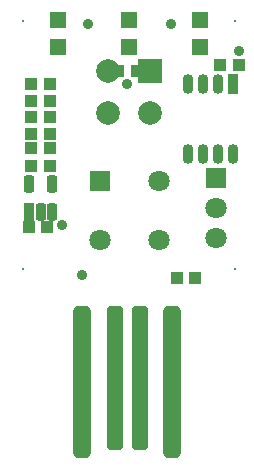
<source format=gts>
G04*
G04 #@! TF.GenerationSoftware,Altium Limited,Altium Designer,19.1.5 (86)*
G04*
G04 Layer_Color=8388736*
%FSAX44Y44*%
%MOMM*%
G71*
G01*
G75*
G04:AMPARAMS|DCode=16|XSize=12.265mm|YSize=1.4065mm|CornerRadius=0.4016mm|HoleSize=0mm|Usage=FLASHONLY|Rotation=270.000|XOffset=0mm|YOffset=0mm|HoleType=Round|Shape=RoundedRectangle|*
%AMROUNDEDRECTD16*
21,1,12.2650,0.6033,0,0,270.0*
21,1,11.4618,1.4065,0,0,270.0*
1,1,0.8033,-0.3016,-5.7309*
1,1,0.8033,-0.3016,5.7309*
1,1,0.8033,0.3016,5.7309*
1,1,0.8033,0.3016,-5.7309*
%
%ADD16ROUNDEDRECTD16*%
G04:AMPARAMS|DCode=17|XSize=12.9mm|YSize=1.47mm|CornerRadius=0.4175mm|HoleSize=0mm|Usage=FLASHONLY|Rotation=270.000|XOffset=0mm|YOffset=0mm|HoleType=Round|Shape=RoundedRectangle|*
%AMROUNDEDRECTD17*
21,1,12.9000,0.6350,0,0,270.0*
21,1,12.0650,1.4700,0,0,270.0*
1,1,0.8350,-0.3175,-6.0325*
1,1,0.8350,-0.3175,6.0325*
1,1,0.8350,0.3175,6.0325*
1,1,0.8350,0.3175,-6.0325*
%
%ADD17ROUNDEDRECTD17*%
%ADD18R,1.4500X1.4500*%
%ADD19O,0.9000X1.7000*%
%ADD20R,0.9000X1.7000*%
G04:AMPARAMS|DCode=21|XSize=0.9mm|YSize=1.5mm|CornerRadius=0.275mm|HoleSize=0mm|Usage=FLASHONLY|Rotation=0.000|XOffset=0mm|YOffset=0mm|HoleType=Round|Shape=RoundedRectangle|*
%AMROUNDEDRECTD21*
21,1,0.9000,0.9500,0,0,0.0*
21,1,0.3500,1.5000,0,0,0.0*
1,1,0.5500,0.1750,-0.4750*
1,1,0.5500,-0.1750,-0.4750*
1,1,0.5500,-0.1750,0.4750*
1,1,0.5500,0.1750,0.4750*
%
%ADD21ROUNDEDRECTD21*%
%ADD22R,0.9000X1.5000*%
%ADD23R,1.0500X1.0000*%
%ADD24R,2.0000X2.0000*%
%ADD25C,2.0000*%
%ADD26R,1.8000X1.8000*%
%ADD27C,1.8000*%
%ADD28R,1.8000X1.8000*%
G04:AMPARAMS|DCode=29|XSize=0.2mm|YSize=0.2mm|CornerRadius=0mm|HoleSize=0mm|Usage=FLASHONLY|Rotation=90.000|XOffset=0mm|YOffset=0mm|HoleType=Round|Shape=RoundedRectangle|*
%AMROUNDEDRECTD29*
21,1,0.2000,0.2000,0,0,90.0*
21,1,0.2000,0.2000,0,0,90.0*
1,1,0.0000,0.1000,0.1000*
1,1,0.0000,0.1000,-0.1000*
1,1,0.0000,-0.1000,-0.1000*
1,1,0.0000,-0.1000,0.1000*
%
%ADD29ROUNDEDRECTD29*%
%ADD30C,0.9000*%
D16*
X02932460Y02301250D02*
D03*
X02954050D02*
D03*
D17*
X02905155Y02298075D02*
D03*
X02981355D02*
D03*
D18*
X02884800Y02604250D02*
D03*
Y02581750D02*
D03*
X02944800D02*
D03*
Y02604250D02*
D03*
X03004800Y02581750D02*
D03*
Y02604250D02*
D03*
D19*
X03007450Y02550000D02*
D03*
X03020150D02*
D03*
X02994750D02*
D03*
X03032850Y02491000D02*
D03*
X03020150D02*
D03*
X03007450D02*
D03*
X02994750D02*
D03*
D20*
X03032850Y02550000D02*
D03*
D21*
X02860300Y02465650D02*
D03*
X02879300D02*
D03*
X02869800Y02441650D02*
D03*
X02879300D02*
D03*
D22*
X02860300D02*
D03*
D23*
X03000550Y02386000D02*
D03*
X02985050D02*
D03*
X02877550Y02480500D02*
D03*
X02862050D02*
D03*
X02877550Y02536000D02*
D03*
X02862050D02*
D03*
X02877550Y02550000D02*
D03*
X02862050D02*
D03*
X02935674Y02560960D02*
D03*
X02951174D02*
D03*
X02860050Y02428600D02*
D03*
X02875550D02*
D03*
X02877550Y02522000D02*
D03*
X02862050D02*
D03*
Y02495500D02*
D03*
X02877550D02*
D03*
X02862050Y02508019D02*
D03*
X02877550D02*
D03*
X03022050Y02566000D02*
D03*
X03037550D02*
D03*
D24*
X02962760Y02560960D02*
D03*
D25*
X02926840D02*
D03*
Y02525040D02*
D03*
X02962760D02*
D03*
D26*
X03018300Y02470400D02*
D03*
D27*
Y02445000D02*
D03*
Y02419600D02*
D03*
X02969800Y02418000D02*
D03*
Y02468000D02*
D03*
X02919800Y02418000D02*
D03*
D28*
Y02468000D02*
D03*
D29*
X03034800Y02603000D02*
D03*
X02854800D02*
D03*
X03034800Y02393000D02*
D03*
X02854800D02*
D03*
D30*
X02942885Y02550000D02*
D03*
X03037550Y02578000D02*
D03*
X02888245Y02430750D02*
D03*
X02909800Y02601000D02*
D03*
X02979800D02*
D03*
X02905155Y02388000D02*
D03*
M02*

</source>
